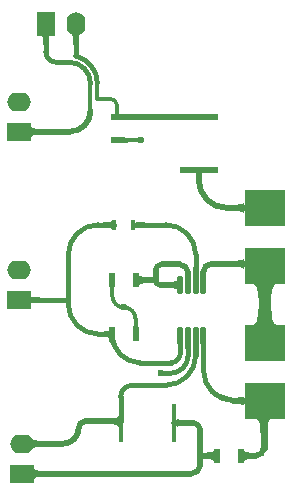
<source format=gtl>
G04*
G04 #@! TF.GenerationSoftware,Altium Limited,Altium Designer,21.2.2 (38)*
G04*
G04 Layer_Physical_Order=1*
G04 Layer_Color=255*
%FSLAX25Y25*%
%MOIN*%
G70*
G04*
G04 #@! TF.SameCoordinates,88FA53B8-33D6-4C0A-A806-AD2D67DBFD48*
G04*
G04*
G04 #@! TF.FilePolarity,Positive*
G04*
G01*
G75*
G04:AMPARAMS|DCode=15|XSize=57.87mil|YSize=18.9mil|CornerRadius=2.36mil|HoleSize=0mil|Usage=FLASHONLY|Rotation=270.000|XOffset=0mil|YOffset=0mil|HoleType=Round|Shape=RoundedRectangle|*
%AMROUNDEDRECTD15*
21,1,0.05787,0.01417,0,0,270.0*
21,1,0.05315,0.01890,0,0,270.0*
1,1,0.00472,-0.00709,-0.02657*
1,1,0.00472,-0.00709,0.02657*
1,1,0.00472,0.00709,0.02657*
1,1,0.00472,0.00709,-0.02657*
%
%ADD15ROUNDEDRECTD15*%
%ADD16R,0.02165X0.04921*%
%ADD17R,0.13780X0.12205*%
%ADD18R,0.12598X0.02362*%
%ADD19R,0.01575X0.12598*%
%ADD20R,0.01968X0.04921*%
%ADD21R,0.01575X0.03543*%
%ADD22R,0.00591X0.01181*%
%ADD23R,0.04921X0.02165*%
%ADD38C,0.01575*%
%ADD39C,0.01181*%
%ADD40C,0.01968*%
%ADD41C,0.03937*%
%ADD42C,0.02362*%
%ADD43R,0.06299X0.07874*%
%ADD44O,0.06299X0.07874*%
%ADD45O,0.07874X0.06299*%
%ADD46R,0.07874X0.06299*%
%ADD47C,0.02362*%
G36*
X74421Y208472D02*
X74288Y208368D01*
X74171Y208194D01*
X74069Y207950D01*
X73983Y207636D01*
X73913Y207253D01*
X73858Y206800D01*
X73795Y205685D01*
X73787Y205023D01*
X72213D01*
X72205Y205685D01*
X72088Y207253D01*
X72017Y207636D01*
X71931Y207950D01*
X71829Y208194D01*
X71712Y208368D01*
X71579Y208472D01*
X71431Y208507D01*
X74569D01*
X74421Y208472D01*
D02*
G37*
G36*
X64425Y208044D02*
X64291Y207949D01*
X64173Y207791D01*
X64071Y207571D01*
X63984Y207288D01*
X63913Y206941D01*
X63858Y206532D01*
X63795Y205524D01*
X63787Y204925D01*
X62213D01*
X62205Y205524D01*
X62087Y206941D01*
X62016Y207288D01*
X61929Y207571D01*
X61827Y207791D01*
X61709Y207949D01*
X61575Y208044D01*
X61425Y208075D01*
X64575D01*
X64425Y208044D01*
D02*
G37*
G36*
X57952Y177781D02*
X58071Y177614D01*
X58268Y177466D01*
X58545Y177339D01*
X58900Y177230D01*
X59335Y177142D01*
X59848Y177073D01*
X61112Y176994D01*
X61862Y176984D01*
Y175016D01*
X61112Y175006D01*
X59335Y174858D01*
X58900Y174770D01*
X58545Y174661D01*
X58268Y174533D01*
X58071Y174386D01*
X57952Y174218D01*
X57913Y174031D01*
Y177969D01*
X57952Y177781D01*
D02*
G37*
G36*
X94031Y172299D02*
X93980Y172344D01*
X93921Y172384D01*
X93853Y172420D01*
X93777Y172450D01*
X93693Y172476D01*
X93600Y172498D01*
X93498Y172514D01*
X93388Y172526D01*
X93142Y172535D01*
Y173716D01*
X93270Y173719D01*
X93498Y173738D01*
X93600Y173754D01*
X93693Y173776D01*
X93777Y173802D01*
X93853Y173832D01*
X93921Y173868D01*
X93980Y173908D01*
X94031Y173953D01*
Y172299D01*
D02*
G37*
G36*
X89472Y174105D02*
X89543Y174024D01*
X89661Y173952D01*
X89827Y173889D01*
X90039Y173837D01*
X90299Y173793D01*
X90606Y173760D01*
X91362Y173721D01*
X91811Y173716D01*
Y172535D01*
X91362Y172531D01*
X90299Y172459D01*
X90039Y172415D01*
X89827Y172363D01*
X89661Y172300D01*
X89543Y172228D01*
X89472Y172146D01*
X89449Y172055D01*
Y174197D01*
X89472Y174105D01*
D02*
G37*
G36*
X115026Y161964D02*
X115018Y161901D01*
X115010Y161797D01*
X114986Y160651D01*
X114984Y159900D01*
X113016D01*
X112964Y161985D01*
X115036D01*
X115026Y161964D01*
D02*
G37*
G36*
X129122Y148677D02*
X129083Y148864D01*
X128965Y149031D01*
X128768Y149179D01*
X128492Y149307D01*
X128138Y149415D01*
X127705Y149504D01*
X127193Y149573D01*
X125933Y149652D01*
X125185Y149661D01*
Y151630D01*
X125933Y151640D01*
X127705Y151787D01*
X128138Y151876D01*
X128492Y151984D01*
X128768Y152112D01*
X128965Y152260D01*
X129083Y152427D01*
X129122Y152614D01*
Y148677D01*
D02*
G37*
G36*
X92945Y146425D02*
X93040Y146291D01*
X93198Y146173D01*
X93419Y146071D01*
X93703Y145984D01*
X94051Y145913D01*
X94462Y145858D01*
X95474Y145795D01*
X96075Y145787D01*
Y144213D01*
X95474Y144205D01*
X94051Y144087D01*
X93703Y144016D01*
X93419Y143929D01*
X93198Y143827D01*
X93040Y143709D01*
X92945Y143575D01*
X92913Y143425D01*
Y146575D01*
X92945Y146425D01*
D02*
G37*
G36*
X85087Y143425D02*
X85055Y143575D01*
X84961Y143709D01*
X84802Y143827D01*
X84581Y143929D01*
X84297Y144016D01*
X83949Y144087D01*
X83538Y144142D01*
X82526Y144205D01*
X81925Y144213D01*
Y145787D01*
X82526Y145795D01*
X83949Y145913D01*
X84297Y145984D01*
X84581Y146071D01*
X84802Y146173D01*
X84961Y146291D01*
X85055Y146425D01*
X85087Y146575D01*
Y143425D01*
D02*
G37*
G36*
X129122Y130032D02*
X129083Y130219D01*
X128965Y130386D01*
X128768Y130534D01*
X128492Y130661D01*
X128138Y130770D01*
X127705Y130858D01*
X127193Y130927D01*
X125933Y131006D01*
X125185Y131016D01*
Y132984D01*
X125933Y132994D01*
X127705Y133142D01*
X128138Y133230D01*
X128492Y133339D01*
X128768Y133466D01*
X128965Y133614D01*
X129083Y133782D01*
X129122Y133968D01*
Y130032D01*
D02*
G37*
G36*
X113951Y127587D02*
X112049D01*
X112080Y127691D01*
X112108Y127848D01*
X112132Y128055D01*
X112186Y128986D01*
X112213Y130946D01*
X113787D01*
X113951Y127587D01*
D02*
G37*
G36*
X94000Y128382D02*
X94118Y128214D01*
X94316Y128067D01*
X94592Y127939D01*
X94947Y127830D01*
X95382Y127742D01*
X95895Y127673D01*
X97159Y127594D01*
X97909Y127584D01*
Y125616D01*
X97159Y125606D01*
X95382Y125458D01*
X94947Y125370D01*
X94592Y125261D01*
X94316Y125134D01*
X94118Y124986D01*
X94000Y124819D01*
X93960Y124632D01*
Y128568D01*
X94000Y128382D01*
D02*
G37*
G36*
X106942Y122961D02*
X106903Y123148D01*
X106785Y123315D01*
X106587Y123463D01*
X106311Y123591D01*
X105955Y123699D01*
X105521Y123787D01*
X105008Y123856D01*
X103744Y123935D01*
X102994Y123945D01*
Y125913D01*
X103744Y125923D01*
X105521Y126071D01*
X105955Y126159D01*
X106311Y126268D01*
X106587Y126396D01*
X106785Y126543D01*
X106903Y126711D01*
X106942Y126898D01*
Y122961D01*
D02*
G37*
G36*
X86026Y124028D02*
X85961Y123957D01*
X85904Y123839D01*
X85854Y123673D01*
X85812Y123461D01*
X85778Y123201D01*
X85732Y122540D01*
X85716Y121689D01*
X84535D01*
X84532Y122138D01*
X84440Y123461D01*
X84398Y123673D01*
X84348Y123839D01*
X84291Y123957D01*
X84226Y124028D01*
X84154Y124051D01*
X86098D01*
X86026Y124028D01*
D02*
G37*
G36*
X57945Y121425D02*
X58039Y121291D01*
X58198Y121173D01*
X58419Y121071D01*
X58703Y120984D01*
X59051Y120913D01*
X59462Y120858D01*
X60474Y120795D01*
X61075Y120787D01*
Y119213D01*
X60474Y119205D01*
X59051Y119087D01*
X58703Y119016D01*
X58419Y118929D01*
X58198Y118827D01*
X58039Y118709D01*
X57945Y118575D01*
X57913Y118425D01*
Y121575D01*
X57945Y121425D01*
D02*
G37*
G36*
X87582Y118375D02*
X87685Y118332D01*
X87784Y118300D01*
X87879Y118279D01*
X87968Y118269D01*
X88054Y118269D01*
X88135Y118281D01*
X88212Y118303D01*
X88285Y118337D01*
X88353Y118381D01*
X88105Y116746D01*
X88075Y116781D01*
X88034Y116819D01*
X87981Y116858D01*
X87918Y116901D01*
X87757Y116992D01*
X87552Y117093D01*
X87302Y117203D01*
X87475Y118428D01*
X87582Y118375D01*
D02*
G37*
G36*
X90052Y118091D02*
X90093Y118053D01*
X90145Y118014D01*
X90209Y117972D01*
X90369Y117879D01*
X90574Y117778D01*
X90823Y117666D01*
X90648Y116439D01*
X90541Y116493D01*
X90438Y116537D01*
X90339Y116570D01*
X90245Y116592D01*
X90156Y116602D01*
X90070Y116602D01*
X89989Y116591D01*
X89912Y116569D01*
X89839Y116535D01*
X89771Y116491D01*
X90023Y118125D01*
X90052Y118091D01*
D02*
G37*
G36*
X139563Y125197D02*
X139228Y124960D01*
X138933Y124566D01*
X138677Y124014D01*
X138461Y123304D01*
X138284Y122437D01*
X138146Y121412D01*
X137988Y118888D01*
X137983Y118500D01*
X137988Y118112D01*
X138284Y114563D01*
X138461Y113696D01*
X138677Y112986D01*
X138933Y112434D01*
X139228Y112039D01*
X139563Y111803D01*
X139937Y111724D01*
X132063D01*
X132437Y111803D01*
X132772Y112039D01*
X133067Y112434D01*
X133323Y112986D01*
X133539Y113696D01*
X133716Y114563D01*
X133854Y115588D01*
X134012Y118112D01*
X134017Y118500D01*
X134012Y118888D01*
X133716Y122437D01*
X133539Y123304D01*
X133323Y124014D01*
X133067Y124566D01*
X132772Y124960D01*
X132437Y125197D01*
X132063Y125276D01*
X139937D01*
X139563Y125197D01*
D02*
G37*
G36*
X93531Y112939D02*
X93623Y111616D01*
X93665Y111403D01*
X93715Y111238D01*
X93772Y111120D01*
X93837Y111049D01*
X93909Y111025D01*
X91965D01*
X92037Y111049D01*
X92102Y111120D01*
X92159Y111238D01*
X92209Y111403D01*
X92251Y111616D01*
X92285Y111876D01*
X92331Y112537D01*
X92347Y113387D01*
X93528D01*
X93531Y112939D01*
D02*
G37*
G36*
X84103Y107002D02*
X84071Y107151D01*
X83976Y107285D01*
X83818Y107403D01*
X83597Y107506D01*
X83312Y107592D01*
X82965Y107663D01*
X82554Y107718D01*
X81542Y107781D01*
X80941Y107789D01*
Y109364D01*
X81542Y109372D01*
X82965Y109490D01*
X83312Y109561D01*
X83597Y109647D01*
X83818Y109750D01*
X83976Y109868D01*
X84071Y110002D01*
X84103Y110151D01*
Y107002D01*
D02*
G37*
G36*
X85933Y108293D02*
X85890Y108056D01*
X85894Y107753D01*
X85944Y107382D01*
X86041Y106945D01*
X86184Y106441D01*
X86611Y105232D01*
X87224Y103756D01*
X85707Y103216D01*
X85461Y103770D01*
X84378Y105866D01*
X84263Y106011D01*
X84168Y106099D01*
X84091Y106128D01*
X86023Y108463D01*
X85933Y108293D01*
D02*
G37*
G36*
X108802Y105241D02*
X108774Y105093D01*
X108750Y104901D01*
X108695Y104051D01*
X108669Y102282D01*
X107095D01*
X106930Y105342D01*
X108833D01*
X108802Y105241D01*
D02*
G37*
G36*
X116479Y105238D02*
X116451Y105081D01*
X116427Y104874D01*
X116373Y103943D01*
X116347Y101983D01*
X114772D01*
X114608Y105342D01*
X116510D01*
X116479Y105238D01*
D02*
G37*
G36*
X113920D02*
X113892Y105081D01*
X113868Y104874D01*
X113814Y103943D01*
X113787Y101983D01*
X112213D01*
X112049Y105342D01*
X113951D01*
X113920Y105238D01*
D02*
G37*
G36*
X111361D02*
X111333Y105081D01*
X111309Y104874D01*
X111255Y103943D01*
X111228Y101983D01*
X109653D01*
X109490Y105342D01*
X111392D01*
X111361Y105238D01*
D02*
G37*
G36*
X119760Y89226D02*
X120018Y89104D01*
X120380Y88960D01*
X122089Y88389D01*
X125694Y87340D01*
X126236Y87347D01*
X127840Y87466D01*
X128231Y87538D01*
X128552Y87626D01*
X128802Y87729D01*
X128980Y87849D01*
X129087Y87984D01*
X129122Y88136D01*
Y84573D01*
X129087Y84724D01*
X128980Y84860D01*
X128802Y84979D01*
X128552Y85083D01*
X128231Y85171D01*
X127840Y85242D01*
X127376Y85298D01*
X126236Y85362D01*
X125559Y85370D01*
Y86567D01*
X125160Y85455D01*
X123693Y86100D01*
X119450Y87687D01*
X119430Y87477D01*
X119109Y87718D01*
X118987Y87860D01*
X119450Y87687D01*
X119606Y89323D01*
X119760Y89226D01*
D02*
G37*
G36*
X87378Y77531D02*
X87339Y77719D01*
X87220Y77886D01*
X87023Y78034D01*
X86747Y78161D01*
X86391Y78270D01*
X85957Y78358D01*
X85443Y78427D01*
X84180Y78506D01*
X83429Y78516D01*
Y80484D01*
X84180Y80494D01*
X85957Y80642D01*
X86391Y80730D01*
X86747Y80839D01*
X87023Y80967D01*
X87220Y81114D01*
X87339Y81282D01*
X87378Y81468D01*
Y77531D01*
D02*
G37*
G36*
X106641Y80782D02*
X106701Y80614D01*
X106800Y80467D01*
X106939Y80339D01*
X107117Y80230D01*
X107335Y80142D01*
X107592Y80073D01*
X107889Y80024D01*
X108226Y79994D01*
X108602Y79984D01*
Y78016D01*
X108226Y78006D01*
X107889Y77976D01*
X107592Y77927D01*
X107335Y77858D01*
X107117Y77770D01*
X106939Y77661D01*
X106800Y77534D01*
X106701Y77386D01*
X106641Y77219D01*
X106622Y77031D01*
Y80968D01*
X106641Y80782D01*
D02*
G37*
G36*
X137784Y80229D02*
X137583Y80086D01*
X137406Y79850D01*
X137252Y79518D01*
X137122Y79092D01*
X137016Y78571D01*
X136933Y77955D01*
X136839Y76439D01*
X136827Y75540D01*
X134465D01*
X134453Y76439D01*
X134276Y78571D01*
X134169Y79092D01*
X134039Y79518D01*
X133886Y79850D01*
X133709Y80086D01*
X133508Y80229D01*
X133283Y80276D01*
X138008D01*
X137784Y80229D01*
D02*
G37*
G36*
X58266Y73775D02*
X58401Y73609D01*
X58625Y73463D01*
X58939Y73336D01*
X59342Y73228D01*
X59835Y73141D01*
X60418Y73072D01*
X61853Y72994D01*
X62705Y72984D01*
Y71016D01*
X61853Y71006D01*
X59835Y70859D01*
X59342Y70772D01*
X58939Y70664D01*
X58625Y70537D01*
X58401Y70391D01*
X58266Y70225D01*
X58222Y70039D01*
Y73961D01*
X58266Y73775D01*
D02*
G37*
G36*
X129035Y69782D02*
X129154Y69614D01*
X129351Y69467D01*
X129628Y69339D01*
X129983Y69230D01*
X130417Y69142D01*
X130931Y69073D01*
X132194Y68994D01*
X132945Y68984D01*
Y67016D01*
X132194Y67006D01*
X130417Y66858D01*
X129983Y66770D01*
X129628Y66661D01*
X129351Y66533D01*
X129154Y66386D01*
X129035Y66219D01*
X128996Y66031D01*
Y69968D01*
X129035Y69782D01*
D02*
G37*
G36*
X119004Y66031D02*
X118965Y66219D01*
X118846Y66386D01*
X118649Y66533D01*
X118372Y66661D01*
X118017Y66770D01*
X117583Y66858D01*
X117069Y66927D01*
X115806Y67006D01*
X115055Y67016D01*
Y68984D01*
X115806Y68994D01*
X117583Y69142D01*
X118017Y69230D01*
X118372Y69339D01*
X118649Y69467D01*
X118846Y69614D01*
X118965Y69782D01*
X119004Y69968D01*
Y66031D01*
D02*
G37*
G36*
X58952Y63781D02*
X59071Y63614D01*
X59268Y63467D01*
X59545Y63339D01*
X59900Y63230D01*
X60335Y63142D01*
X60848Y63073D01*
X62112Y62994D01*
X62862Y62984D01*
Y61016D01*
X62112Y61006D01*
X60335Y60858D01*
X59900Y60770D01*
X59545Y60661D01*
X59268Y60533D01*
X59071Y60386D01*
X58952Y60219D01*
X58913Y60031D01*
Y63968D01*
X58952Y63781D01*
D02*
G37*
D15*
X115559Y108000D02*
D03*
X113000D02*
D03*
X110441D02*
D03*
X107882D02*
D03*
Y124929D02*
D03*
X110441D02*
D03*
X113000D02*
D03*
X115559D02*
D03*
D16*
X127937Y68000D02*
D03*
X120063D02*
D03*
D17*
X136000Y105646D02*
D03*
Y86354D02*
D03*
Y150646D02*
D03*
Y131354D02*
D03*
D18*
X114000Y163142D02*
D03*
Y180858D02*
D03*
D19*
X88142Y79000D02*
D03*
X105858D02*
D03*
D20*
X92937Y108577D02*
D03*
X85063D02*
D03*
X85126Y126500D02*
D03*
X93000D02*
D03*
D21*
X92150Y145000D02*
D03*
X85850D02*
D03*
D22*
X77819Y187000D02*
D03*
X80181D02*
D03*
D23*
X87000Y173126D02*
D03*
Y181000D02*
D03*
D38*
X80200Y192100D02*
G03*
X72964Y201248I-9400J0D01*
G01*
X77900Y192100D02*
G03*
X70800Y199200I-7100J0D01*
G01*
X63000Y202600D02*
G03*
X66400Y199200I3400J0D01*
G01*
X113000Y135000D02*
G03*
X103000Y145000I-10000J0D01*
G01*
X80500D02*
G03*
X70500Y135000I0J-10000D01*
G01*
Y118577D02*
G03*
X80500Y108577I10000J0D01*
G01*
X85063Y108432D02*
G03*
X94495Y99000I9432J0D01*
G01*
X104600D02*
G03*
X107882Y102282I0J3282D01*
G01*
X115559Y96354D02*
G03*
X125559Y86354I10000J0D01*
G01*
X104500Y95500D02*
G03*
X110441Y101441I0J5941D01*
G01*
X103000Y91500D02*
G03*
X113000Y101500I0J10000D01*
G01*
X91800Y91500D02*
G03*
X87945Y87645I0J-3855D01*
G01*
X73000Y201248D02*
Y212000D01*
X66400Y199200D02*
X70800D01*
X63000Y202600D02*
Y212000D01*
X92150Y145000D02*
X103000D01*
X113000Y124929D02*
Y135000D01*
X80500Y145000D02*
X85850D01*
X70500Y118577D02*
Y120000D01*
Y135000D01*
X54000Y120000D02*
X70500D01*
X80500Y108577D02*
X85063D01*
X94495Y99000D02*
X104600D01*
X107882Y102282D02*
Y108000D01*
X115559Y96354D02*
Y108000D01*
X101500Y95500D02*
X104500D01*
X110441Y101441D02*
Y108000D01*
X87945Y79500D02*
Y87645D01*
X91800Y91500D02*
X103000D01*
X113000Y101500D02*
Y108000D01*
X107882D02*
X107900Y107982D01*
D39*
X86700Y184800D02*
G03*
X84500Y187000I-2200J0D01*
G01*
X85126Y121374D02*
G03*
X89063Y117437I3937J0D01*
G01*
X92937Y113563D02*
G03*
X89063Y117437I-3874J0D01*
G01*
X72964Y201248D02*
X73000D01*
X72964D02*
X72964D01*
X80181Y192100D02*
X80200D01*
X80181Y187000D02*
X84500D01*
X77900Y187081D02*
Y192100D01*
X80181Y187000D02*
Y192100D01*
X86700Y181300D02*
Y184800D01*
X77900Y183000D02*
Y186919D01*
X87000Y173126D02*
X94874D01*
X92937Y108577D02*
Y113563D01*
X85126Y121374D02*
Y126500D01*
D40*
X86700Y181300D02*
G03*
X87142Y180858I442J0D01*
G01*
X70900Y176000D02*
G03*
X77900Y183000I0J7000D01*
G01*
X114000Y159900D02*
G03*
X123254Y150646I9254J0D01*
G01*
X136000Y131354D02*
G03*
X135354Y132000I-646J0D01*
G01*
X118200D02*
G03*
X115559Y129359I0J-2641D01*
G01*
X101680Y131800D02*
G03*
X99600Y129720I0J-2080D01*
G01*
X99600Y126600D02*
G03*
X101271Y124929I1671J0D01*
G01*
X110441Y128959D02*
G03*
X107600Y131800I-2841J0D01*
G01*
X93100Y126600D02*
G03*
X93000Y126500I0J-100D01*
G01*
X76100Y79500D02*
G03*
X74000Y77400I0J-2100D01*
G01*
X68600Y72000D02*
G03*
X74000Y77400I0J5400D01*
G01*
X132985Y68000D02*
G03*
X135646Y70661I0J2661D01*
G01*
X111500Y62000D02*
G03*
X114500Y65000I0J3000D01*
G01*
Y76500D02*
G03*
X112000Y79000I-2500J0D01*
G01*
X113929Y180929D02*
X114000Y180858D01*
X87142D02*
X114000D01*
X54000Y176000D02*
X70900D01*
X123254Y150646D02*
X136000D01*
X114000Y159900D02*
Y163142D01*
X118200Y132000D02*
X135354D01*
X115559Y124929D02*
Y129359D01*
X93100Y126600D02*
X99400D01*
X101680Y131800D02*
X107600D01*
X99400Y126600D02*
X99600D01*
X99600D02*
Y129720D01*
X101271Y124929D02*
X107882D01*
X110441D02*
Y128959D01*
X125559Y86354D02*
X136000D01*
X76100Y79500D02*
X87945D01*
X105858Y79000D02*
X112000D01*
X55000Y72000D02*
X68600D01*
X127937Y68000D02*
X132985D01*
X114500Y68100D02*
Y76500D01*
Y68100D02*
X114600Y68000D01*
X120063D01*
X114500Y65000D02*
Y68100D01*
X55000Y62000D02*
X111500D01*
X135646Y151000D02*
X136000Y150646D01*
X135444Y146201D02*
X136000Y145646D01*
X117740Y180858D02*
X117937Y181055D01*
D41*
X136000Y105646D02*
Y131354D01*
D42*
X135646Y70661D02*
Y86000D01*
D43*
X63000Y212000D02*
D03*
D44*
X73000D02*
D03*
D45*
X54000Y186000D02*
D03*
X55000Y72000D02*
D03*
X54000Y130000D02*
D03*
D46*
Y176000D02*
D03*
X55000Y62000D02*
D03*
X54000Y120000D02*
D03*
D47*
X101500Y95500D02*
D03*
X94874Y173126D02*
D03*
X89063Y117437D02*
D03*
M02*

</source>
